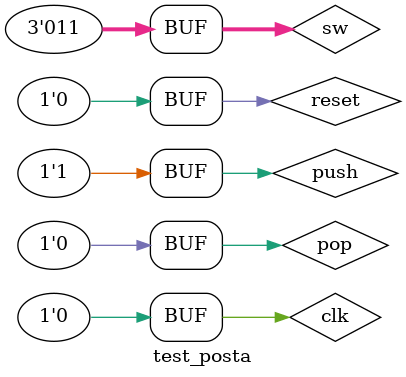
<source format=v>
`timescale 1ns / 1ps


module test_posta;
localparam T=20;
	// Inputs
	reg clk;
	reg reset;
	reg push;
	reg pop;
	reg [2:0] sw;

	// Outputs
	wire [2:0] salida;
	wire full;
	wire empty;
	wire error;
	wire [1:0] fruta;

	// Instantiate the Unit Under Test (UUT)
	test_fifo uut (
		.clk(clk), 
		.reset(reset), 
		.wr(push), 
		.rd(pop), 
		.sw(sw), 
		.led({full, empty, error, fruta, salida})
	);
		// clock
		// 20 ns clock running forever
		always 
		begin
			clk = 1'b1;
			#(T/2);
			clk = 1'b0;
			#(T/2);
		end
		// reset for the first half cycle
		initial begin
		reset = 1'b0;
			#(T/2);
		reset = 1'b1;
			#(T/2);
		reset = 1'b0;

		// Initialize Inputs
		push	= 1'b0;
		pop	= 1'b0;
		sw		= 2'b00;

		#100;
		
		// Initialize Inputs
		push	= 1'b1;
		pop	= 1'b0;
		sw		= 2'b11;

		#100;
		
		push	= 1'b0;
		pop	= 1'b0;
		sw		= 2'b00;

		#100;

		push	= 1'b1;
		pop	= 1'b0;
		sw		= 2'b10;

		#100;

		push	= 1'b0;
		pop	= 1'b0;
		sw		= 2'b01;

		#100;
		
		push	= 1'b0;
		pop	= 1'b1;
		sw		= 2'b01;

		#100;

		push	= 1'b1;
		pop	= 1'b0;
		sw		= 2'b11;

		#100;


	end
      
endmodule


</source>
